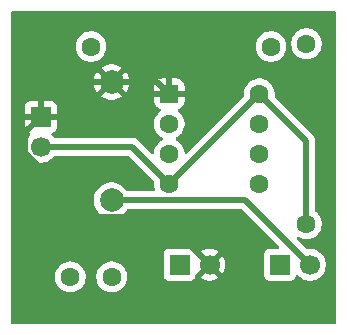
<source format=gbr>
%TF.GenerationSoftware,KiCad,Pcbnew,9.0.6*%
%TF.CreationDate,2026-01-01T03:20:53+05:30*%
%TF.ProjectId,Stem_Toy,5374656d-5f54-46f7-992e-6b696361645f,rev?*%
%TF.SameCoordinates,Original*%
%TF.FileFunction,Copper,L1,Top*%
%TF.FilePolarity,Positive*%
%FSLAX46Y46*%
G04 Gerber Fmt 4.6, Leading zero omitted, Abs format (unit mm)*
G04 Created by KiCad (PCBNEW 9.0.6) date 2026-01-01 03:20:53*
%MOMM*%
%LPD*%
G01*
G04 APERTURE LIST*
G04 Aperture macros list*
%AMRoundRect*
0 Rectangle with rounded corners*
0 $1 Rounding radius*
0 $2 $3 $4 $5 $6 $7 $8 $9 X,Y pos of 4 corners*
0 Add a 4 corners polygon primitive as box body*
4,1,4,$2,$3,$4,$5,$6,$7,$8,$9,$2,$3,0*
0 Add four circle primitives for the rounded corners*
1,1,$1+$1,$2,$3*
1,1,$1+$1,$4,$5*
1,1,$1+$1,$6,$7*
1,1,$1+$1,$8,$9*
0 Add four rect primitives between the rounded corners*
20,1,$1+$1,$2,$3,$4,$5,0*
20,1,$1+$1,$4,$5,$6,$7,0*
20,1,$1+$1,$6,$7,$8,$9,0*
20,1,$1+$1,$8,$9,$2,$3,0*%
G04 Aperture macros list end*
%TA.AperFunction,ComponentPad*%
%ADD10C,1.700000*%
%TD*%
%TA.AperFunction,ComponentPad*%
%ADD11R,1.700000X1.700000*%
%TD*%
%TA.AperFunction,ComponentPad*%
%ADD12C,1.600000*%
%TD*%
%TA.AperFunction,ComponentPad*%
%ADD13RoundRect,0.250000X-0.550000X-0.550000X0.550000X-0.550000X0.550000X0.550000X-0.550000X0.550000X0*%
%TD*%
%TA.AperFunction,ComponentPad*%
%ADD14C,2.000000*%
%TD*%
%TA.AperFunction,Conductor*%
%ADD15C,0.500000*%
%TD*%
G04 APERTURE END LIST*
D10*
%TO.P,TP3,2,2*%
%TO.N,Net-(C1-Pad1)*%
X112290000Y-107475000D03*
D11*
%TO.P,TP3,1,1*%
%TO.N,/TR*%
X109750000Y-107475000D03*
%TD*%
D10*
%TO.P,TP2,2,2*%
%TO.N,GND*%
X103790000Y-107475000D03*
D11*
%TO.P,TP2,1,1*%
%TO.N,Net-(C2-Pad2)*%
X101250000Y-107475000D03*
%TD*%
%TO.P,+BAT-,1,1*%
%TO.N,GND*%
X89500000Y-94960000D03*
D10*
%TO.P,+BAT-,2,2*%
%TO.N,VCC*%
X89500000Y-97500000D03*
%TD*%
D12*
%TO.P,IC 555,8,VCC*%
%TO.N,VCC*%
X108000000Y-93000000D03*
%TO.P,IC 555,7,DIS*%
%TO.N,/DIS*%
X108000000Y-95540000D03*
%TO.P,IC 555,6,THR*%
%TO.N,/TR*%
X108000000Y-98080000D03*
%TO.P,IC 555,5,CV*%
%TO.N,unconnected-(U1-CV-Pad5)*%
X108000000Y-100620000D03*
%TO.P,IC 555,4,R*%
%TO.N,VCC*%
X100380000Y-100620000D03*
%TO.P,IC 555,3,Q*%
%TO.N,/OUt*%
X100380000Y-98080000D03*
%TO.P,IC 555,2,TR*%
%TO.N,/TR*%
X100380000Y-95540000D03*
D13*
%TO.P,IC 555,1,GND*%
%TO.N,GND*%
X100380000Y-93000000D03*
%TD*%
D14*
%TO.P,1nF,2*%
%TO.N,GND*%
X95500000Y-92000000D03*
%TO.P,1nF,1*%
%TO.N,Net-(C1-Pad1)*%
X95500000Y-102000000D03*
%TD*%
D12*
%TO.P,10K,2*%
%TO.N,/DIS*%
X112000000Y-88760000D03*
%TO.P,10K,1*%
%TO.N,VCC*%
X112000000Y-104000000D03*
%TD*%
%TO.P,100uF,2*%
%TO.N,Net-(C2-Pad2)*%
X95500000Y-108500000D03*
%TO.P,100uF,1*%
%TO.N,/OUt*%
X92000000Y-108500000D03*
%TD*%
%TO.P,1K,2*%
%TO.N,/TR*%
X93760000Y-89000000D03*
%TO.P,1K,1*%
%TO.N,/DIS*%
X109000000Y-89000000D03*
%TD*%
D15*
%TO.N,GND*%
X93611108Y-103451000D02*
X88199000Y-98038892D01*
X99766000Y-103451000D02*
X93611108Y-103451000D01*
X88199000Y-96261000D02*
X89500000Y-94960000D01*
X103790000Y-107475000D02*
X99766000Y-103451000D01*
X88199000Y-98038892D02*
X88199000Y-96261000D01*
%TO.N,/OUt*%
X92000000Y-108000000D02*
X92000000Y-108500000D01*
%TO.N,Net-(C1-Pad1)*%
X106815000Y-102000000D02*
X95500000Y-102000000D01*
X112290000Y-107475000D02*
X106815000Y-102000000D01*
%TO.N,VCC*%
X97260000Y-97500000D02*
X89500000Y-97500000D01*
X100380000Y-100620000D02*
X97260000Y-97500000D01*
X108000000Y-93000000D02*
X100380000Y-100620000D01*
X112000000Y-97000000D02*
X108000000Y-93000000D01*
X112000000Y-104000000D02*
X112000000Y-97000000D01*
%TO.N,GND*%
X95500000Y-92000000D02*
X99380000Y-92000000D01*
X99380000Y-92000000D02*
X100380000Y-93000000D01*
X89500000Y-92000000D02*
X95500000Y-92000000D01*
X89500000Y-94960000D02*
X89500000Y-92000000D01*
%TD*%
%TA.AperFunction,Conductor*%
%TO.N,GND*%
G36*
X114442539Y-86020185D02*
G01*
X114488294Y-86072989D01*
X114499500Y-86124500D01*
X114499500Y-112375500D01*
X114479815Y-112442539D01*
X114427011Y-112488294D01*
X114375500Y-112499500D01*
X87124500Y-112499500D01*
X87057461Y-112479815D01*
X87011706Y-112427011D01*
X87000500Y-112375500D01*
X87000500Y-108397648D01*
X90699500Y-108397648D01*
X90699500Y-108602351D01*
X90731522Y-108804534D01*
X90794781Y-108999223D01*
X90887715Y-109181613D01*
X91008028Y-109347213D01*
X91152786Y-109491971D01*
X91307749Y-109604556D01*
X91318390Y-109612287D01*
X91434607Y-109671503D01*
X91500776Y-109705218D01*
X91500778Y-109705218D01*
X91500781Y-109705220D01*
X91605137Y-109739127D01*
X91695465Y-109768477D01*
X91796557Y-109784488D01*
X91897648Y-109800500D01*
X91897649Y-109800500D01*
X92102351Y-109800500D01*
X92102352Y-109800500D01*
X92304534Y-109768477D01*
X92499219Y-109705220D01*
X92681610Y-109612287D01*
X92774590Y-109544732D01*
X92847213Y-109491971D01*
X92847215Y-109491968D01*
X92847219Y-109491966D01*
X92991966Y-109347219D01*
X92991968Y-109347215D01*
X92991971Y-109347213D01*
X93044732Y-109274590D01*
X93112287Y-109181610D01*
X93205220Y-108999219D01*
X93268477Y-108804534D01*
X93300500Y-108602352D01*
X93300500Y-108397648D01*
X94199500Y-108397648D01*
X94199500Y-108602351D01*
X94231522Y-108804534D01*
X94294781Y-108999223D01*
X94387715Y-109181613D01*
X94508028Y-109347213D01*
X94652786Y-109491971D01*
X94807749Y-109604556D01*
X94818390Y-109612287D01*
X94934607Y-109671503D01*
X95000776Y-109705218D01*
X95000778Y-109705218D01*
X95000781Y-109705220D01*
X95105137Y-109739127D01*
X95195465Y-109768477D01*
X95296557Y-109784488D01*
X95397648Y-109800500D01*
X95397649Y-109800500D01*
X95602351Y-109800500D01*
X95602352Y-109800500D01*
X95804534Y-109768477D01*
X95999219Y-109705220D01*
X96181610Y-109612287D01*
X96274590Y-109544732D01*
X96347213Y-109491971D01*
X96347215Y-109491968D01*
X96347219Y-109491966D01*
X96491966Y-109347219D01*
X96491968Y-109347215D01*
X96491971Y-109347213D01*
X96544732Y-109274590D01*
X96612287Y-109181610D01*
X96705220Y-108999219D01*
X96768477Y-108804534D01*
X96800500Y-108602352D01*
X96800500Y-108397648D01*
X96796576Y-108372872D01*
X96768477Y-108195465D01*
X96705218Y-108000776D01*
X96671503Y-107934607D01*
X96612287Y-107818390D01*
X96592482Y-107791130D01*
X96491971Y-107652786D01*
X96347213Y-107508028D01*
X96181613Y-107387715D01*
X96181612Y-107387714D01*
X96181610Y-107387713D01*
X96124653Y-107358691D01*
X95999223Y-107294781D01*
X95804534Y-107231522D01*
X95629995Y-107203878D01*
X95602352Y-107199500D01*
X95397648Y-107199500D01*
X95373329Y-107203351D01*
X95195465Y-107231522D01*
X95000776Y-107294781D01*
X94818386Y-107387715D01*
X94652786Y-107508028D01*
X94508028Y-107652786D01*
X94387715Y-107818386D01*
X94294781Y-108000776D01*
X94231522Y-108195465D01*
X94199500Y-108397648D01*
X93300500Y-108397648D01*
X93296576Y-108372872D01*
X93268477Y-108195465D01*
X93205218Y-108000776D01*
X93171503Y-107934607D01*
X93112287Y-107818390D01*
X93092482Y-107791130D01*
X92991971Y-107652786D01*
X92847213Y-107508028D01*
X92681613Y-107387715D01*
X92681612Y-107387714D01*
X92681610Y-107387713D01*
X92624653Y-107358691D01*
X92499223Y-107294781D01*
X92304534Y-107231522D01*
X92129995Y-107203878D01*
X92102352Y-107199500D01*
X91897648Y-107199500D01*
X91873329Y-107203351D01*
X91695465Y-107231522D01*
X91500776Y-107294781D01*
X91318386Y-107387715D01*
X91152786Y-107508028D01*
X91008028Y-107652786D01*
X90887715Y-107818386D01*
X90794781Y-108000776D01*
X90731522Y-108195465D01*
X90699500Y-108397648D01*
X87000500Y-108397648D01*
X87000500Y-106577135D01*
X99899500Y-106577135D01*
X99899500Y-108372870D01*
X99899501Y-108372876D01*
X99905908Y-108432483D01*
X99956202Y-108567328D01*
X99956206Y-108567335D01*
X100042452Y-108682544D01*
X100042455Y-108682547D01*
X100157664Y-108768793D01*
X100157671Y-108768797D01*
X100292517Y-108819091D01*
X100292516Y-108819091D01*
X100299444Y-108819835D01*
X100352127Y-108825500D01*
X102147872Y-108825499D01*
X102207483Y-108819091D01*
X102342331Y-108768796D01*
X102457546Y-108682546D01*
X102543796Y-108567331D01*
X102594091Y-108432483D01*
X102600500Y-108372873D01*
X102600499Y-108348979D01*
X102603330Y-108335963D01*
X102613940Y-108316525D01*
X102620179Y-108295275D01*
X102636803Y-108274643D01*
X102636808Y-108274636D01*
X102636811Y-108274634D01*
X102636818Y-108274626D01*
X103307037Y-107604408D01*
X103324075Y-107667993D01*
X103389901Y-107782007D01*
X103482993Y-107875099D01*
X103597007Y-107940925D01*
X103660590Y-107957962D01*
X103028282Y-108590269D01*
X103028282Y-108590270D01*
X103082449Y-108629624D01*
X103271782Y-108726095D01*
X103473870Y-108791757D01*
X103683754Y-108825000D01*
X103896246Y-108825000D01*
X104106127Y-108791757D01*
X104106130Y-108791757D01*
X104308217Y-108726095D01*
X104497554Y-108629622D01*
X104551716Y-108590270D01*
X104551717Y-108590270D01*
X103919408Y-107957962D01*
X103982993Y-107940925D01*
X104097007Y-107875099D01*
X104190099Y-107782007D01*
X104255925Y-107667993D01*
X104272962Y-107604408D01*
X104905270Y-108236717D01*
X104905270Y-108236716D01*
X104944622Y-108182554D01*
X105041095Y-107993217D01*
X105106757Y-107791130D01*
X105106757Y-107791127D01*
X105140000Y-107581246D01*
X105140000Y-107368753D01*
X105106757Y-107158872D01*
X105106757Y-107158869D01*
X105041095Y-106956782D01*
X104944624Y-106767449D01*
X104905270Y-106713282D01*
X104905269Y-106713282D01*
X104272962Y-107345590D01*
X104255925Y-107282007D01*
X104190099Y-107167993D01*
X104097007Y-107074901D01*
X103982993Y-107009075D01*
X103919409Y-106992037D01*
X104551716Y-106359728D01*
X104497550Y-106320375D01*
X104308217Y-106223904D01*
X104106129Y-106158242D01*
X103896246Y-106125000D01*
X103683754Y-106125000D01*
X103473872Y-106158242D01*
X103473869Y-106158242D01*
X103271782Y-106223904D01*
X103082439Y-106320380D01*
X103028282Y-106359727D01*
X103028282Y-106359728D01*
X103660591Y-106992037D01*
X103597007Y-107009075D01*
X103482993Y-107074901D01*
X103389901Y-107167993D01*
X103324075Y-107282007D01*
X103307037Y-107345591D01*
X102636818Y-106675372D01*
X102603333Y-106614049D01*
X102603330Y-106614036D01*
X102600499Y-106601015D01*
X102600499Y-106577128D01*
X102594091Y-106517517D01*
X102565926Y-106442002D01*
X102543798Y-106382673D01*
X102543793Y-106382664D01*
X102457547Y-106267455D01*
X102457544Y-106267452D01*
X102342335Y-106181206D01*
X102342328Y-106181202D01*
X102207482Y-106130908D01*
X102207483Y-106130908D01*
X102147883Y-106124501D01*
X102147881Y-106124500D01*
X102147873Y-106124500D01*
X102147864Y-106124500D01*
X100352129Y-106124500D01*
X100352123Y-106124501D01*
X100292516Y-106130908D01*
X100157671Y-106181202D01*
X100157664Y-106181206D01*
X100042455Y-106267452D01*
X100042452Y-106267455D01*
X99956206Y-106382664D01*
X99956202Y-106382671D01*
X99905908Y-106517517D01*
X99899501Y-106577116D01*
X99899500Y-106577135D01*
X87000500Y-106577135D01*
X87000500Y-97393713D01*
X88149500Y-97393713D01*
X88149500Y-97606286D01*
X88182753Y-97816239D01*
X88248444Y-98018414D01*
X88344951Y-98207820D01*
X88469890Y-98379786D01*
X88620213Y-98530109D01*
X88792179Y-98655048D01*
X88792181Y-98655049D01*
X88792184Y-98655051D01*
X88981588Y-98751557D01*
X89183757Y-98817246D01*
X89393713Y-98850500D01*
X89393714Y-98850500D01*
X89606286Y-98850500D01*
X89606287Y-98850500D01*
X89816243Y-98817246D01*
X90018412Y-98751557D01*
X90207816Y-98655051D01*
X90229789Y-98639086D01*
X90379786Y-98530109D01*
X90379788Y-98530106D01*
X90379792Y-98530104D01*
X90530104Y-98379792D01*
X90530108Y-98379786D01*
X90586903Y-98301615D01*
X90642233Y-98258949D01*
X90687221Y-98250500D01*
X96897770Y-98250500D01*
X96964809Y-98270185D01*
X96985451Y-98286819D01*
X99053526Y-100354893D01*
X99087011Y-100416216D01*
X99088318Y-100461971D01*
X99079500Y-100517647D01*
X99079500Y-100722351D01*
X99111522Y-100924534D01*
X99141234Y-101015975D01*
X99164371Y-101087183D01*
X99166366Y-101157022D01*
X99130286Y-101216855D01*
X99067585Y-101247684D01*
X99046440Y-101249500D01*
X96872631Y-101249500D01*
X96805592Y-101229815D01*
X96772313Y-101198386D01*
X96756783Y-101177011D01*
X96644517Y-101022490D01*
X96477510Y-100855483D01*
X96286433Y-100716657D01*
X96075996Y-100609433D01*
X95851368Y-100536446D01*
X95618097Y-100499500D01*
X95618092Y-100499500D01*
X95381908Y-100499500D01*
X95381903Y-100499500D01*
X95148631Y-100536446D01*
X94924003Y-100609433D01*
X94713566Y-100716657D01*
X94604550Y-100795862D01*
X94522490Y-100855483D01*
X94522488Y-100855485D01*
X94522487Y-100855485D01*
X94355485Y-101022487D01*
X94355485Y-101022488D01*
X94355483Y-101022490D01*
X94308482Y-101087181D01*
X94216657Y-101213566D01*
X94109433Y-101424003D01*
X94036446Y-101648631D01*
X93999500Y-101881902D01*
X93999500Y-102118097D01*
X94036446Y-102351368D01*
X94109433Y-102575996D01*
X94198348Y-102750500D01*
X94216657Y-102786433D01*
X94355483Y-102977510D01*
X94522490Y-103144517D01*
X94713567Y-103283343D01*
X94782343Y-103318386D01*
X94924003Y-103390566D01*
X94924005Y-103390566D01*
X94924008Y-103390568D01*
X95044412Y-103429689D01*
X95148631Y-103463553D01*
X95381903Y-103500500D01*
X95381908Y-103500500D01*
X95618097Y-103500500D01*
X95851368Y-103463553D01*
X96075992Y-103390568D01*
X96286433Y-103283343D01*
X96477510Y-103144517D01*
X96644517Y-102977510D01*
X96772313Y-102801613D01*
X96827643Y-102758949D01*
X96872631Y-102750500D01*
X106452770Y-102750500D01*
X106519809Y-102770185D01*
X106540451Y-102786819D01*
X109666452Y-105912819D01*
X109699937Y-105974142D01*
X109694953Y-106043834D01*
X109653081Y-106099767D01*
X109587617Y-106124184D01*
X109578771Y-106124500D01*
X108852129Y-106124500D01*
X108852123Y-106124501D01*
X108792516Y-106130908D01*
X108657671Y-106181202D01*
X108657664Y-106181206D01*
X108542455Y-106267452D01*
X108542452Y-106267455D01*
X108456206Y-106382664D01*
X108456202Y-106382671D01*
X108405908Y-106517517D01*
X108399501Y-106577116D01*
X108399500Y-106577135D01*
X108399500Y-108372870D01*
X108399501Y-108372876D01*
X108405908Y-108432483D01*
X108456202Y-108567328D01*
X108456206Y-108567335D01*
X108542452Y-108682544D01*
X108542455Y-108682547D01*
X108657664Y-108768793D01*
X108657671Y-108768797D01*
X108792517Y-108819091D01*
X108792516Y-108819091D01*
X108799444Y-108819835D01*
X108852127Y-108825500D01*
X110647872Y-108825499D01*
X110707483Y-108819091D01*
X110842331Y-108768796D01*
X110957546Y-108682546D01*
X111043796Y-108567331D01*
X111092810Y-108435916D01*
X111134681Y-108379984D01*
X111200145Y-108355566D01*
X111268418Y-108370417D01*
X111296673Y-108391569D01*
X111410213Y-108505109D01*
X111582179Y-108630048D01*
X111582181Y-108630049D01*
X111582184Y-108630051D01*
X111771588Y-108726557D01*
X111973757Y-108792246D01*
X112183713Y-108825500D01*
X112183714Y-108825500D01*
X112396286Y-108825500D01*
X112396287Y-108825500D01*
X112606243Y-108792246D01*
X112808412Y-108726557D01*
X112997816Y-108630051D01*
X113084138Y-108567335D01*
X113169786Y-108505109D01*
X113169788Y-108505106D01*
X113169792Y-108505104D01*
X113320104Y-108354792D01*
X113320106Y-108354788D01*
X113320109Y-108354786D01*
X113445048Y-108182820D01*
X113445047Y-108182820D01*
X113445051Y-108182816D01*
X113541557Y-107993412D01*
X113607246Y-107791243D01*
X113640500Y-107581287D01*
X113640500Y-107368713D01*
X113607246Y-107158757D01*
X113541557Y-106956588D01*
X113445051Y-106767184D01*
X113445049Y-106767181D01*
X113445048Y-106767179D01*
X113320109Y-106595213D01*
X113169786Y-106444890D01*
X112997820Y-106319951D01*
X112808414Y-106223444D01*
X112808413Y-106223443D01*
X112808412Y-106223443D01*
X112606243Y-106157754D01*
X112606241Y-106157753D01*
X112606240Y-106157753D01*
X112444957Y-106132208D01*
X112396287Y-106124500D01*
X112183713Y-106124500D01*
X112183708Y-106124500D01*
X112088270Y-106139616D01*
X112018977Y-106130662D01*
X111981191Y-106104824D01*
X111199708Y-105323340D01*
X111166223Y-105262017D01*
X111171207Y-105192325D01*
X111213079Y-105136392D01*
X111278543Y-105111975D01*
X111343684Y-105125175D01*
X111500771Y-105205216D01*
X111500776Y-105205217D01*
X111500781Y-105205220D01*
X111636658Y-105249369D01*
X111695465Y-105268477D01*
X111796557Y-105284488D01*
X111897648Y-105300500D01*
X111897649Y-105300500D01*
X112102351Y-105300500D01*
X112102352Y-105300500D01*
X112304534Y-105268477D01*
X112499219Y-105205220D01*
X112681610Y-105112287D01*
X112774590Y-105044732D01*
X112847213Y-104991971D01*
X112847215Y-104991968D01*
X112847219Y-104991966D01*
X112991966Y-104847219D01*
X112991968Y-104847215D01*
X112991971Y-104847213D01*
X113080773Y-104724985D01*
X113112287Y-104681610D01*
X113205220Y-104499219D01*
X113268477Y-104304534D01*
X113300500Y-104102352D01*
X113300500Y-103897648D01*
X113268477Y-103695466D01*
X113205220Y-103500781D01*
X113205218Y-103500778D01*
X113205218Y-103500776D01*
X113171503Y-103434607D01*
X113112287Y-103318390D01*
X113086824Y-103283343D01*
X112991971Y-103152786D01*
X112847217Y-103008032D01*
X112847212Y-103008028D01*
X112801615Y-102974900D01*
X112758949Y-102919571D01*
X112750500Y-102874582D01*
X112750500Y-96926079D01*
X112721659Y-96781092D01*
X112721658Y-96781091D01*
X112721658Y-96781087D01*
X112707742Y-96747490D01*
X112665087Y-96644511D01*
X112665080Y-96644498D01*
X112582952Y-96521585D01*
X112531263Y-96469896D01*
X112478416Y-96417049D01*
X109326472Y-93265105D01*
X109292988Y-93203783D01*
X109291681Y-93158028D01*
X109300500Y-93102352D01*
X109300500Y-92897648D01*
X109282842Y-92786163D01*
X109268477Y-92695465D01*
X109205218Y-92500776D01*
X109153920Y-92400099D01*
X109112287Y-92318390D01*
X109096966Y-92297302D01*
X108991971Y-92152786D01*
X108847213Y-92008028D01*
X108681613Y-91887715D01*
X108681612Y-91887714D01*
X108681610Y-91887713D01*
X108622675Y-91857684D01*
X108499223Y-91794781D01*
X108304534Y-91731522D01*
X108129995Y-91703878D01*
X108102352Y-91699500D01*
X107897648Y-91699500D01*
X107873329Y-91703351D01*
X107695465Y-91731522D01*
X107500776Y-91794781D01*
X107318386Y-91887715D01*
X107152786Y-92008028D01*
X107008028Y-92152786D01*
X106887715Y-92318386D01*
X106794781Y-92500776D01*
X106731522Y-92695465D01*
X106699500Y-92897648D01*
X106699500Y-93102351D01*
X106708318Y-93158026D01*
X106699363Y-93227320D01*
X106673526Y-93265105D01*
X101890933Y-98047697D01*
X101829610Y-98081182D01*
X101759918Y-98076198D01*
X101703985Y-98034326D01*
X101680779Y-97979414D01*
X101680500Y-97977652D01*
X101680500Y-97977648D01*
X101648477Y-97775466D01*
X101585220Y-97580781D01*
X101585218Y-97580778D01*
X101585218Y-97580776D01*
X101551503Y-97514607D01*
X101492287Y-97398390D01*
X101446865Y-97335871D01*
X101371971Y-97232786D01*
X101227213Y-97088028D01*
X101061614Y-96967715D01*
X101055006Y-96964348D01*
X100968917Y-96920483D01*
X100918123Y-96872511D01*
X100901328Y-96804690D01*
X100923865Y-96738555D01*
X100968917Y-96699516D01*
X101061610Y-96652287D01*
X101105763Y-96620208D01*
X101227213Y-96531971D01*
X101227215Y-96531968D01*
X101227219Y-96531966D01*
X101371966Y-96387219D01*
X101371968Y-96387215D01*
X101371971Y-96387213D01*
X101433574Y-96302422D01*
X101492287Y-96221610D01*
X101585220Y-96039219D01*
X101648477Y-95844534D01*
X101680500Y-95642352D01*
X101680500Y-95437648D01*
X101648477Y-95235466D01*
X101585220Y-95040781D01*
X101585218Y-95040778D01*
X101585218Y-95040776D01*
X101551503Y-94974607D01*
X101492287Y-94858390D01*
X101484556Y-94847749D01*
X101371971Y-94692786D01*
X101227217Y-94548032D01*
X101227212Y-94548028D01*
X101133051Y-94479616D01*
X101090385Y-94424286D01*
X101084406Y-94354673D01*
X101117012Y-94292878D01*
X101166933Y-94261592D01*
X101249117Y-94234359D01*
X101249124Y-94234356D01*
X101398345Y-94142315D01*
X101522315Y-94018345D01*
X101614356Y-93869124D01*
X101614358Y-93869119D01*
X101669505Y-93702697D01*
X101669506Y-93702690D01*
X101679999Y-93599986D01*
X101680000Y-93599973D01*
X101680000Y-93250000D01*
X100695686Y-93250000D01*
X100700080Y-93245606D01*
X100752741Y-93154394D01*
X100780000Y-93052661D01*
X100780000Y-92947339D01*
X100752741Y-92845606D01*
X100700080Y-92754394D01*
X100695686Y-92750000D01*
X101679999Y-92750000D01*
X101679999Y-92400028D01*
X101679998Y-92400013D01*
X101669505Y-92297302D01*
X101614358Y-92130880D01*
X101614356Y-92130875D01*
X101522315Y-91981654D01*
X101398345Y-91857684D01*
X101249124Y-91765643D01*
X101249119Y-91765641D01*
X101082697Y-91710494D01*
X101082690Y-91710493D01*
X100979986Y-91700000D01*
X100630000Y-91700000D01*
X100630000Y-92684314D01*
X100625606Y-92679920D01*
X100534394Y-92627259D01*
X100432661Y-92600000D01*
X100327339Y-92600000D01*
X100225606Y-92627259D01*
X100134394Y-92679920D01*
X100130000Y-92684314D01*
X100130000Y-91700000D01*
X99780028Y-91700000D01*
X99780012Y-91700001D01*
X99677302Y-91710494D01*
X99510880Y-91765641D01*
X99510875Y-91765643D01*
X99361654Y-91857684D01*
X99237684Y-91981654D01*
X99145643Y-92130875D01*
X99145641Y-92130880D01*
X99090494Y-92297302D01*
X99090493Y-92297309D01*
X99080000Y-92400013D01*
X99080000Y-92750000D01*
X100064314Y-92750000D01*
X100059920Y-92754394D01*
X100007259Y-92845606D01*
X99980000Y-92947339D01*
X99980000Y-93052661D01*
X100007259Y-93154394D01*
X100059920Y-93245606D01*
X100064314Y-93250000D01*
X99080001Y-93250000D01*
X99080001Y-93599986D01*
X99090494Y-93702697D01*
X99145641Y-93869119D01*
X99145643Y-93869124D01*
X99237684Y-94018345D01*
X99361654Y-94142315D01*
X99510875Y-94234356D01*
X99510882Y-94234359D01*
X99593067Y-94261592D01*
X99650512Y-94301364D01*
X99677336Y-94365880D01*
X99665021Y-94434656D01*
X99626949Y-94479616D01*
X99532787Y-94548028D01*
X99532782Y-94548032D01*
X99388028Y-94692786D01*
X99267715Y-94858386D01*
X99174781Y-95040776D01*
X99111522Y-95235465D01*
X99079500Y-95437648D01*
X99079500Y-95642351D01*
X99111522Y-95844534D01*
X99174781Y-96039223D01*
X99267715Y-96221613D01*
X99388028Y-96387213D01*
X99532786Y-96531971D01*
X99654246Y-96620215D01*
X99698390Y-96652287D01*
X99788862Y-96698385D01*
X99791080Y-96699515D01*
X99841876Y-96747490D01*
X99858671Y-96815311D01*
X99836134Y-96881446D01*
X99791080Y-96920485D01*
X99698386Y-96967715D01*
X99532786Y-97088028D01*
X99388028Y-97232786D01*
X99267715Y-97398386D01*
X99174781Y-97580776D01*
X99111522Y-97775465D01*
X99079220Y-97979415D01*
X99049291Y-98042550D01*
X98989979Y-98079481D01*
X98920117Y-98078483D01*
X98869066Y-98047698D01*
X97738413Y-96917045D01*
X97685132Y-96881446D01*
X97656355Y-96862218D01*
X97615495Y-96834916D01*
X97615494Y-96834915D01*
X97615492Y-96834914D01*
X97615490Y-96834913D01*
X97478917Y-96778343D01*
X97478907Y-96778340D01*
X97333920Y-96749500D01*
X97333918Y-96749500D01*
X90687221Y-96749500D01*
X90620182Y-96729815D01*
X90586903Y-96698385D01*
X90530107Y-96620211D01*
X90416181Y-96506285D01*
X90382696Y-96444962D01*
X90387680Y-96375270D01*
X90429552Y-96319337D01*
X90460529Y-96302422D01*
X90592086Y-96253354D01*
X90592093Y-96253350D01*
X90707187Y-96167190D01*
X90707190Y-96167187D01*
X90793350Y-96052093D01*
X90793354Y-96052086D01*
X90843596Y-95917379D01*
X90843598Y-95917372D01*
X90849999Y-95857844D01*
X90850000Y-95857827D01*
X90850000Y-95210000D01*
X89933012Y-95210000D01*
X89965925Y-95152993D01*
X90000000Y-95025826D01*
X90000000Y-94894174D01*
X89965925Y-94767007D01*
X89933012Y-94710000D01*
X90850000Y-94710000D01*
X90850000Y-94062172D01*
X90849999Y-94062155D01*
X90843598Y-94002627D01*
X90843596Y-94002620D01*
X90793354Y-93867913D01*
X90793350Y-93867906D01*
X90707190Y-93752812D01*
X90707187Y-93752809D01*
X90592093Y-93666649D01*
X90592086Y-93666645D01*
X90457379Y-93616403D01*
X90457372Y-93616401D01*
X90397844Y-93610000D01*
X89750000Y-93610000D01*
X89750000Y-94526988D01*
X89692993Y-94494075D01*
X89565826Y-94460000D01*
X89434174Y-94460000D01*
X89307007Y-94494075D01*
X89250000Y-94526988D01*
X89250000Y-93610000D01*
X88602155Y-93610000D01*
X88542627Y-93616401D01*
X88542620Y-93616403D01*
X88407913Y-93666645D01*
X88407906Y-93666649D01*
X88292812Y-93752809D01*
X88292809Y-93752812D01*
X88206649Y-93867906D01*
X88206645Y-93867913D01*
X88156403Y-94002620D01*
X88156401Y-94002627D01*
X88150000Y-94062155D01*
X88150000Y-94710000D01*
X89066988Y-94710000D01*
X89034075Y-94767007D01*
X89000000Y-94894174D01*
X89000000Y-95025826D01*
X89034075Y-95152993D01*
X89066988Y-95210000D01*
X88150000Y-95210000D01*
X88150000Y-95857844D01*
X88156401Y-95917372D01*
X88156403Y-95917379D01*
X88206645Y-96052086D01*
X88206649Y-96052093D01*
X88292809Y-96167187D01*
X88292812Y-96167190D01*
X88407906Y-96253350D01*
X88407913Y-96253354D01*
X88539470Y-96302422D01*
X88595404Y-96344293D01*
X88619821Y-96409758D01*
X88604969Y-96478031D01*
X88583819Y-96506285D01*
X88469889Y-96620215D01*
X88344951Y-96792179D01*
X88248444Y-96981585D01*
X88182753Y-97183760D01*
X88149500Y-97393713D01*
X87000500Y-97393713D01*
X87000500Y-91881947D01*
X94000000Y-91881947D01*
X94000000Y-92118052D01*
X94036934Y-92351247D01*
X94109897Y-92575802D01*
X94217087Y-92786174D01*
X94277338Y-92869104D01*
X94277340Y-92869105D01*
X95017037Y-92129408D01*
X95034075Y-92192993D01*
X95099901Y-92307007D01*
X95192993Y-92400099D01*
X95307007Y-92465925D01*
X95370590Y-92482962D01*
X94630893Y-93222658D01*
X94713828Y-93282914D01*
X94924197Y-93390102D01*
X95148752Y-93463065D01*
X95148751Y-93463065D01*
X95381948Y-93500000D01*
X95618052Y-93500000D01*
X95851247Y-93463065D01*
X96075802Y-93390102D01*
X96286163Y-93282918D01*
X96286169Y-93282914D01*
X96369104Y-93222658D01*
X96369105Y-93222658D01*
X95629408Y-92482962D01*
X95692993Y-92465925D01*
X95807007Y-92400099D01*
X95900099Y-92307007D01*
X95965925Y-92192993D01*
X95982962Y-92129409D01*
X96722658Y-92869105D01*
X96722658Y-92869104D01*
X96782914Y-92786169D01*
X96782918Y-92786163D01*
X96890102Y-92575802D01*
X96960694Y-92358546D01*
X96960694Y-92358545D01*
X96960695Y-92358543D01*
X96963065Y-92351247D01*
X97000000Y-92118052D01*
X97000000Y-91881947D01*
X96963065Y-91648752D01*
X96890102Y-91424197D01*
X96782914Y-91213828D01*
X96722658Y-91130894D01*
X96722658Y-91130893D01*
X95982962Y-91870590D01*
X95965925Y-91807007D01*
X95900099Y-91692993D01*
X95807007Y-91599901D01*
X95692993Y-91534075D01*
X95629409Y-91517037D01*
X96369105Y-90777340D01*
X96369104Y-90777338D01*
X96286174Y-90717087D01*
X96075802Y-90609897D01*
X95851247Y-90536934D01*
X95851248Y-90536934D01*
X95618052Y-90500000D01*
X95381948Y-90500000D01*
X95148752Y-90536934D01*
X94924197Y-90609897D01*
X94713830Y-90717084D01*
X94630894Y-90777340D01*
X95370591Y-91517037D01*
X95307007Y-91534075D01*
X95192993Y-91599901D01*
X95099901Y-91692993D01*
X95034075Y-91807007D01*
X95017037Y-91870591D01*
X94277340Y-91130894D01*
X94217084Y-91213830D01*
X94109897Y-91424197D01*
X94036934Y-91648752D01*
X94000000Y-91881947D01*
X87000500Y-91881947D01*
X87000500Y-88897648D01*
X92459500Y-88897648D01*
X92459500Y-89102351D01*
X92491522Y-89304534D01*
X92554781Y-89499223D01*
X92647715Y-89681613D01*
X92768028Y-89847213D01*
X92912786Y-89991971D01*
X93067749Y-90104556D01*
X93078390Y-90112287D01*
X93194607Y-90171503D01*
X93260776Y-90205218D01*
X93260778Y-90205218D01*
X93260781Y-90205220D01*
X93365137Y-90239127D01*
X93455465Y-90268477D01*
X93556557Y-90284488D01*
X93657648Y-90300500D01*
X93657649Y-90300500D01*
X93862351Y-90300500D01*
X93862352Y-90300500D01*
X94064534Y-90268477D01*
X94259219Y-90205220D01*
X94441610Y-90112287D01*
X94556966Y-90028477D01*
X94607213Y-89991971D01*
X94607215Y-89991968D01*
X94607219Y-89991966D01*
X94751966Y-89847219D01*
X94751968Y-89847215D01*
X94751971Y-89847213D01*
X94821171Y-89751966D01*
X94872287Y-89681610D01*
X94965220Y-89499219D01*
X95028477Y-89304534D01*
X95060500Y-89102352D01*
X95060500Y-88897648D01*
X107699500Y-88897648D01*
X107699500Y-89102351D01*
X107731522Y-89304534D01*
X107794781Y-89499223D01*
X107887715Y-89681613D01*
X108008028Y-89847213D01*
X108152786Y-89991971D01*
X108307749Y-90104556D01*
X108318390Y-90112287D01*
X108434607Y-90171503D01*
X108500776Y-90205218D01*
X108500778Y-90205218D01*
X108500781Y-90205220D01*
X108605137Y-90239127D01*
X108695465Y-90268477D01*
X108796557Y-90284488D01*
X108897648Y-90300500D01*
X108897649Y-90300500D01*
X109102351Y-90300500D01*
X109102352Y-90300500D01*
X109304534Y-90268477D01*
X109499219Y-90205220D01*
X109681610Y-90112287D01*
X109796966Y-90028477D01*
X109847213Y-89991971D01*
X109847215Y-89991968D01*
X109847219Y-89991966D01*
X109991966Y-89847219D01*
X109991968Y-89847215D01*
X109991971Y-89847213D01*
X110061171Y-89751966D01*
X110112287Y-89681610D01*
X110205220Y-89499219D01*
X110268477Y-89304534D01*
X110300500Y-89102352D01*
X110300500Y-88897648D01*
X110268477Y-88695466D01*
X110256189Y-88657648D01*
X110699500Y-88657648D01*
X110699500Y-88862351D01*
X110731522Y-89064534D01*
X110794781Y-89259223D01*
X110887715Y-89441613D01*
X111008028Y-89607213D01*
X111152786Y-89751971D01*
X111307749Y-89864556D01*
X111318390Y-89872287D01*
X111434607Y-89931503D01*
X111500776Y-89965218D01*
X111500778Y-89965218D01*
X111500781Y-89965220D01*
X111583097Y-89991966D01*
X111695465Y-90028477D01*
X111796557Y-90044488D01*
X111897648Y-90060500D01*
X111897649Y-90060500D01*
X112102351Y-90060500D01*
X112102352Y-90060500D01*
X112304534Y-90028477D01*
X112499219Y-89965220D01*
X112681610Y-89872287D01*
X112774590Y-89804732D01*
X112847213Y-89751971D01*
X112847215Y-89751968D01*
X112847219Y-89751966D01*
X112991966Y-89607219D01*
X112991968Y-89607215D01*
X112991971Y-89607213D01*
X113070432Y-89499219D01*
X113112287Y-89441610D01*
X113205220Y-89259219D01*
X113268477Y-89064534D01*
X113300500Y-88862352D01*
X113300500Y-88657648D01*
X113268477Y-88455466D01*
X113205220Y-88260781D01*
X113205218Y-88260778D01*
X113205218Y-88260776D01*
X113171503Y-88194607D01*
X113112287Y-88078390D01*
X113061171Y-88008034D01*
X112991971Y-87912786D01*
X112847213Y-87768028D01*
X112681613Y-87647715D01*
X112681612Y-87647714D01*
X112681610Y-87647713D01*
X112624653Y-87618691D01*
X112499223Y-87554781D01*
X112304534Y-87491522D01*
X112129995Y-87463878D01*
X112102352Y-87459500D01*
X111897648Y-87459500D01*
X111873329Y-87463351D01*
X111695465Y-87491522D01*
X111500776Y-87554781D01*
X111318386Y-87647715D01*
X111152786Y-87768028D01*
X111008028Y-87912786D01*
X110887715Y-88078386D01*
X110794781Y-88260776D01*
X110731522Y-88455465D01*
X110699500Y-88657648D01*
X110256189Y-88657648D01*
X110205220Y-88500781D01*
X110205218Y-88500778D01*
X110205218Y-88500776D01*
X110171503Y-88434607D01*
X110112287Y-88318390D01*
X110070432Y-88260781D01*
X109991971Y-88152786D01*
X109847213Y-88008028D01*
X109681613Y-87887715D01*
X109681612Y-87887714D01*
X109681610Y-87887713D01*
X109624653Y-87858691D01*
X109499223Y-87794781D01*
X109304534Y-87731522D01*
X109129995Y-87703878D01*
X109102352Y-87699500D01*
X108897648Y-87699500D01*
X108873329Y-87703351D01*
X108695465Y-87731522D01*
X108500776Y-87794781D01*
X108318386Y-87887715D01*
X108152786Y-88008028D01*
X108008028Y-88152786D01*
X107887715Y-88318386D01*
X107794781Y-88500776D01*
X107731522Y-88695465D01*
X107699500Y-88897648D01*
X95060500Y-88897648D01*
X95028477Y-88695466D01*
X94965220Y-88500781D01*
X94965218Y-88500778D01*
X94965218Y-88500776D01*
X94931503Y-88434607D01*
X94872287Y-88318390D01*
X94830432Y-88260781D01*
X94751971Y-88152786D01*
X94607213Y-88008028D01*
X94441613Y-87887715D01*
X94441612Y-87887714D01*
X94441610Y-87887713D01*
X94384653Y-87858691D01*
X94259223Y-87794781D01*
X94064534Y-87731522D01*
X93889995Y-87703878D01*
X93862352Y-87699500D01*
X93657648Y-87699500D01*
X93633329Y-87703351D01*
X93455465Y-87731522D01*
X93260776Y-87794781D01*
X93078386Y-87887715D01*
X92912786Y-88008028D01*
X92768028Y-88152786D01*
X92647715Y-88318386D01*
X92554781Y-88500776D01*
X92491522Y-88695465D01*
X92459500Y-88897648D01*
X87000500Y-88897648D01*
X87000500Y-86124500D01*
X87020185Y-86057461D01*
X87072989Y-86011706D01*
X87124500Y-86000500D01*
X114375500Y-86000500D01*
X114442539Y-86020185D01*
G37*
%TD.AperFunction*%
%TD*%
M02*

</source>
